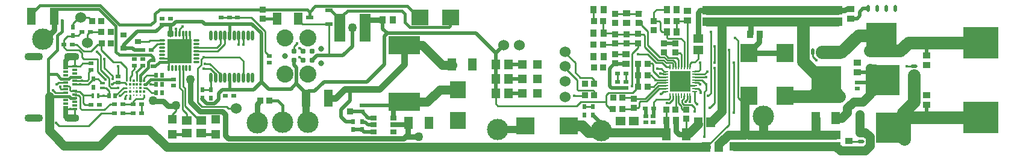
<source format=gtl>
G04*
G04 #@! TF.GenerationSoftware,Altium Limited,Altium Designer,19.0.15 (446)*
G04*
G04 Layer_Physical_Order=1*
G04 Layer_Color=794757*
%FSLAX23Y23*%
%MOIN*%
G70*
G01*
G75*
%ADD15C,0.010*%
%ADD18O,0.018X0.055*%
%ADD19O,0.008X0.028*%
%ADD20O,0.028X0.008*%
%ADD21R,0.118X0.118*%
%ADD22C,0.010*%
%ADD23R,0.037X0.026*%
%ADD24R,0.041X0.024*%
%ADD25R,0.045X0.053*%
%ADD26R,0.039X0.035*%
%ADD27R,0.037X0.033*%
%ADD28R,0.030X0.024*%
%ADD29R,0.025X0.024*%
%ADD30R,0.055X0.051*%
%ADD31O,0.055X0.020*%
%ADD32O,0.039X0.020*%
%ADD33R,0.096X0.100*%
%ADD34R,0.035X0.039*%
%ADD35R,0.033X0.037*%
%ADD36O,0.020X0.055*%
%ADD37O,0.020X0.039*%
%ADD38R,0.047X0.065*%
%ADD39R,0.100X0.096*%
%ADD40R,0.197X0.177*%
%ADD41R,0.024X0.030*%
%ADD42R,0.016X0.028*%
%ADD43R,0.028X0.016*%
%ADD44R,0.045X0.098*%
%ADD45R,0.051X0.071*%
%ADD46R,0.059X0.157*%
%ADD47R,0.096X0.085*%
%ADD48R,0.035X0.031*%
%ADD49R,0.024X0.025*%
%ADD50R,0.047X0.047*%
%ADD51R,0.047X0.047*%
%ADD52R,0.053X0.045*%
%ADD53O,0.012X0.037*%
%ADD54O,0.037X0.012*%
%ADD55R,0.132X0.132*%
%ADD56R,0.028X0.012*%
%ADD57R,0.028X0.039*%
%ADD58R,0.177X0.102*%
%ADD59R,0.085X0.096*%
%ADD60R,0.037X0.035*%
%ADD108C,0.033*%
%ADD109C,0.094*%
%ADD115C,0.031*%
%ADD116C,0.050*%
%ADD117C,0.015*%
%ADD118C,0.060*%
%ADD119C,0.020*%
%ADD120C,0.030*%
%ADD121C,0.040*%
%ADD122C,0.070*%
%ADD123C,0.025*%
%ADD124C,0.035*%
%ADD125C,0.060*%
%ADD126C,0.118*%
%ADD127C,0.020*%
%ADD128O,0.102X0.043*%
%ADD129O,0.083X0.043*%
%ADD130C,0.016*%
%ADD131C,0.050*%
G36*
X5223Y1019D02*
X5223Y1018D01*
X5223Y1015D01*
X5224Y1013D01*
X5226Y1010D01*
X5227Y1009D01*
Y998D01*
X5053D01*
Y1009D01*
X5053D01*
X5054Y1010D01*
X5056Y1013D01*
X5057Y1015D01*
X5057Y1018D01*
X5057Y1019D01*
Y1139D01*
X5223D01*
Y1019D01*
D02*
G37*
G36*
X4918Y780D02*
X4918Y779D01*
X4918Y776D01*
X4919Y774D01*
X4921Y771D01*
X4922Y771D01*
Y759D01*
X4748D01*
Y771D01*
X4748D01*
X4749Y771D01*
X4751Y774D01*
X4752Y776D01*
X4752Y779D01*
X4752Y780D01*
Y900D01*
X4918D01*
Y780D01*
D02*
G37*
G36*
X5110Y911D02*
X5113Y909D01*
X5115Y908D01*
X5118Y908D01*
X5119Y908D01*
X5239D01*
Y742D01*
X5119D01*
X5118Y742D01*
X5115Y742D01*
X5113Y741D01*
X5110Y739D01*
X5109Y738D01*
X5098Y738D01*
Y912D01*
X5109D01*
X5110Y911D01*
D02*
G37*
G36*
X5250Y473D02*
X5238D01*
X5237Y474D01*
X5235Y476D01*
X5233Y477D01*
X5230Y477D01*
X5229Y477D01*
X5109D01*
Y643D01*
X5229D01*
X5230Y643D01*
X5233Y643D01*
X5235Y644D01*
X5237Y646D01*
X5238Y647D01*
X5250D01*
Y473D01*
D02*
G37*
D15*
X3714Y664D02*
X3770D01*
X3706Y656D02*
X3714Y664D01*
X3840Y707D02*
X3911Y778D01*
X3807Y707D02*
X3840D01*
X3800Y700D02*
X3807Y707D01*
X665Y1136D02*
X701Y1172D01*
X665Y1118D02*
Y1136D01*
X710Y1172D02*
X752D01*
X701D02*
X710D01*
X752D02*
X772Y1151D01*
X4375Y698D02*
X4384D01*
X4345Y728D02*
X4375Y698D01*
X4883Y521D02*
X4886Y518D01*
X3497Y676D02*
X3544D01*
X3498Y672D02*
X3499Y672D01*
X3568Y562D02*
X3595Y535D01*
X3599Y531D01*
X3792Y1003D02*
Y1027D01*
X3760Y971D02*
X3792Y1003D01*
X3760Y790D02*
Y971D01*
X4295Y577D02*
Y990D01*
X4171Y453D02*
X4295Y577D01*
X4160Y510D02*
Y758D01*
X3846Y928D02*
X3856Y918D01*
X3869D02*
X3878Y909D01*
Y873D02*
Y909D01*
Y873D02*
X3911Y841D01*
X3946D01*
X3923Y887D02*
X3938Y872D01*
X3900Y887D02*
X3923D01*
X3666Y967D02*
X3727D01*
X3893Y921D02*
X3926D01*
X3845Y968D02*
X3893Y921D01*
X3950Y897D02*
X3970D01*
X3926Y921D02*
X3950Y897D01*
X3949Y920D02*
X3982D01*
X3933Y935D02*
X3949Y920D01*
X3902Y935D02*
X3933D01*
X3830Y1007D02*
X3902Y935D01*
X3812Y1128D02*
Y1152D01*
X3938Y950D02*
X3955Y934D01*
X3913Y950D02*
X3938D01*
X3955Y934D02*
X3988D01*
X3846Y1017D02*
X3913Y950D01*
X3238Y748D02*
X3240D01*
X3237Y750D02*
X3238Y748D01*
X4960Y485D02*
X5020D01*
X4171Y769D02*
Y801D01*
X4160Y758D02*
X4171Y769D01*
X4147Y825D02*
X4171Y801D01*
X4105Y825D02*
X4147D01*
X4194Y590D02*
Y594D01*
X4106Y649D02*
Y670D01*
X4089Y686D02*
X4106Y670D01*
X4047Y686D02*
X4089D01*
X4035Y711D02*
X4048Y724D01*
Y736D01*
X4049Y737D01*
X4035Y698D02*
X4047Y686D01*
X4035Y698D02*
Y711D01*
X4052Y669D02*
X4055Y672D01*
X4033Y666D02*
Y680D01*
Y666D02*
X4039Y661D01*
X4017Y696D02*
X4033Y680D01*
X4017Y696D02*
Y737D01*
X4039Y661D02*
X4060Y661D01*
X4055Y705D02*
Y707D01*
X4065Y716D01*
X4760Y954D02*
X4780Y934D01*
X4760Y954D02*
Y981D01*
X3617Y742D02*
X3630Y755D01*
X3617Y703D02*
Y742D01*
X3630Y755D02*
X3763D01*
X4006Y809D02*
X4017Y798D01*
X4006Y809D02*
Y817D01*
X4017Y798D02*
X4025D01*
X1294Y1024D02*
Y1079D01*
X676Y901D02*
Y953D01*
X1208Y945D02*
X1212Y941D01*
X1233Y679D02*
X1237Y675D01*
X835Y736D02*
X865D01*
X676Y613D02*
Y664D01*
X629D02*
X676D01*
X3846Y858D02*
X3854Y850D01*
X3380Y985D02*
X3445Y920D01*
X3551Y803D02*
Y824D01*
X3445Y866D02*
Y920D01*
Y866D02*
X3473Y838D01*
X3551Y739D02*
Y762D01*
X3400Y880D02*
Y893D01*
X1582Y680D02*
X1590Y672D01*
X1577Y685D02*
X1582Y680D01*
X1570Y677D02*
X1577Y685D01*
X1570Y668D02*
Y677D01*
X1525Y668D02*
X1570D01*
X765Y985D02*
X802Y1022D01*
X725Y985D02*
X765D01*
X687Y1022D02*
X725Y985D01*
X663Y1022D02*
X687D01*
X802Y1022D02*
X823D01*
Y992D02*
Y1022D01*
X745Y1076D02*
X761Y1092D01*
X745Y1032D02*
Y1076D01*
X761Y1092D02*
X763D01*
X894Y812D02*
X915D01*
Y810D02*
X953D01*
X617Y1004D02*
Y1022D01*
Y1004D02*
X632Y990D01*
X617Y1022D02*
Y1047D01*
X632Y990D02*
X700D01*
X717Y973D01*
Y950D02*
Y973D01*
X714Y1092D02*
X717D01*
X695Y1072D02*
X714Y1092D01*
X665Y1072D02*
X695D01*
X617Y1047D02*
X638Y1068D01*
X661D01*
X665Y1072D01*
X726Y941D02*
X803D01*
X717Y950D02*
X726Y941D01*
X1517Y676D02*
X1525Y668D01*
X1381Y676D02*
X1517D01*
X1377Y909D02*
Y939D01*
X1357Y888D02*
X1377Y909D01*
X1357Y700D02*
Y888D01*
X1377Y939D02*
X1390Y952D01*
X1357Y700D02*
X1381Y676D01*
X1395Y915D02*
X1423D01*
X1482Y857D01*
Y838D02*
Y857D01*
X3545Y767D02*
X3551Y762D01*
X3461Y767D02*
X3545D01*
X3473Y838D02*
X3537D01*
X3551Y824D01*
X3455Y773D02*
X3461Y767D01*
X3455Y773D02*
Y825D01*
X3400Y880D02*
X3455Y825D01*
X3492Y738D02*
X3496Y742D01*
X3440Y738D02*
X3492D01*
X4486Y520D02*
X4486Y521D01*
X5256Y635D02*
X5260Y639D01*
X4345Y728D02*
Y1043D01*
X4330Y1058D02*
X4345Y1043D01*
X3475Y703D02*
X3617D01*
X3453Y681D02*
X3475Y703D01*
X3018Y681D02*
X3453D01*
X3496Y742D02*
X3499Y739D01*
X3865Y850D02*
X3890Y825D01*
X3946D01*
X3854Y850D02*
X3865D01*
X3949Y601D02*
X3949Y602D01*
Y661D01*
X3949Y601D02*
X3950Y600D01*
X3953Y697D02*
X3967D01*
X3963Y717D02*
X3970Y724D01*
X3893Y717D02*
X3963D01*
X4002Y656D02*
Y737D01*
X3967Y697D02*
X3986Y716D01*
Y737D01*
X4060Y532D02*
Y609D01*
X3879Y702D02*
X3893Y717D01*
X3879Y667D02*
Y702D01*
X3911Y778D02*
X3946D01*
X3770Y670D02*
X3794D01*
X3800Y676D01*
Y700D01*
X3760Y726D02*
X3770Y715D01*
X3763Y755D02*
X3783Y775D01*
X4324Y645D02*
Y922D01*
X4215Y920D02*
Y1009D01*
X3601Y1086D02*
X3602Y1085D01*
X3601Y1086D02*
Y1150D01*
X4160Y856D02*
X4176Y872D01*
X4105Y856D02*
X4160D01*
X4215Y697D02*
Y890D01*
X4190Y672D02*
X4215Y697D01*
X4180Y737D02*
X4195Y752D01*
Y1092D01*
X4075Y1152D02*
X4076D01*
X4065D02*
X4075D01*
X4006D02*
X4065D01*
Y897D02*
Y1152D01*
X4075Y1153D02*
X4076Y1152D01*
X4075Y1153D02*
X4075Y1153D01*
Y1152D02*
Y1153D01*
X4006Y1152D02*
X4007Y1151D01*
Y1090D02*
Y1151D01*
X3918Y1100D02*
Y1143D01*
X3910Y1151D02*
X3918Y1143D01*
X3880Y1151D02*
X3910D01*
X3928Y1090D02*
X3953D01*
X3918Y1100D02*
X3928Y1090D01*
X3953Y1060D02*
Y1069D01*
Y1060D02*
X3958Y1055D01*
X4031D01*
X4049Y1037D01*
Y897D02*
Y1037D01*
X3792Y968D02*
X3845D01*
X3617Y688D02*
Y703D01*
X3641Y664D02*
X3654D01*
X3617Y688D02*
X3641Y664D01*
X3006Y693D02*
X3018Y681D01*
X3006Y693D02*
Y750D01*
X4127Y810D02*
X4135Y802D01*
X4106Y810D02*
X4127D01*
X4105Y840D02*
X4170D01*
X4170Y840D01*
X4140Y754D02*
Y765D01*
X4127Y778D02*
X4140Y765D01*
X4105Y778D02*
X4127D01*
X4105Y705D02*
X4119Y691D01*
X4105Y705D02*
Y762D01*
X3602Y1085D02*
X3658D01*
X3730Y1078D02*
X3794D01*
X3879Y667D02*
X3883Y671D01*
X3730Y1027D02*
X3792D01*
X3792Y1027D01*
X3794D01*
X3970Y724D02*
Y737D01*
X3834Y721D02*
X3907Y794D01*
X3770Y721D02*
X3834D01*
X3548Y1151D02*
X3549Y1150D01*
X3548Y1151D02*
Y1215D01*
X3726Y862D02*
X3726Y861D01*
Y815D02*
Y861D01*
Y815D02*
X3727Y814D01*
X3665Y1027D02*
X3730D01*
X3660Y1022D02*
X3665Y1027D01*
X3600Y1022D02*
X3660D01*
X3665Y1078D02*
X3730D01*
X3794D02*
X3794Y1079D01*
X3658Y1085D02*
X3665Y1078D01*
X3810Y1152D02*
X3812D01*
X3810Y1203D02*
X3810Y1203D01*
X4080Y705D02*
X4080Y705D01*
X4127Y873D02*
X4135Y881D01*
X4106Y873D02*
X4127D01*
X3920Y748D02*
X3934Y762D01*
X3915Y860D02*
X3929D01*
X3933Y856D02*
X3946D01*
X3929Y860D02*
X3933Y856D01*
X3846Y1017D02*
Y1094D01*
X3938Y872D02*
X3946D01*
X3988Y934D02*
X4001Y921D01*
Y898D02*
Y921D01*
Y898D02*
X4002Y897D01*
X3970Y897D02*
X3970Y897D01*
X3960Y948D02*
X4007D01*
X3936Y973D02*
X3960Y948D01*
X4007D02*
X4017Y938D01*
X3982Y920D02*
X3986Y915D01*
Y897D02*
Y915D01*
X3680Y862D02*
X3680Y862D01*
X3680Y814D02*
Y862D01*
X3680Y814D02*
X3680Y814D01*
X4065Y716D02*
Y737D01*
X4135Y881D02*
Y922D01*
X4105Y872D02*
X4106Y873D01*
X3934Y762D02*
X3946D01*
X3895Y1215D02*
X3953D01*
X3880Y1199D02*
X3895Y1215D01*
X3880Y1151D02*
Y1199D01*
X3830Y1007D02*
Y1072D01*
X3856Y918D02*
X3869D01*
X3824Y1078D02*
X3830Y1072D01*
X3795Y1078D02*
X3824D01*
X3794Y1079D02*
X3795Y1078D01*
X3812Y1128D02*
X3846Y1094D01*
X3665Y1192D02*
X3795D01*
X4017Y897D02*
Y938D01*
X4033Y897D02*
Y965D01*
X4025Y973D02*
X4033Y965D01*
X4001Y973D02*
X4025D01*
X4089Y924D02*
X4107D01*
X4080Y915D02*
X4089Y924D01*
X4080Y897D02*
Y915D01*
X4107Y924D02*
X4125Y942D01*
Y990D01*
X3706Y726D02*
X3760D01*
X3907Y794D02*
X3946D01*
X3880Y788D02*
X3901Y809D01*
X3846Y788D02*
X3880D01*
X3901Y809D02*
X3946D01*
X4105Y841D02*
X4105Y840D01*
X4080Y705D02*
Y737D01*
X4080Y737D01*
X5279Y900D02*
X5320D01*
X5321Y899D01*
X5252Y635D02*
X5256D01*
X4025Y798D02*
X4030Y794D01*
X4105D01*
X716Y822D02*
X745D01*
X780Y829D02*
X805D01*
X777Y828D02*
X780D01*
X705Y801D02*
X750D01*
X722Y742D02*
X778D01*
X676Y762D02*
X702D01*
X733Y687D02*
X766D01*
X722Y698D02*
X733Y687D01*
X722Y698D02*
Y742D01*
X555Y767D02*
X557D01*
X571Y753D02*
X625D01*
X557Y767D02*
X571Y753D01*
X1026Y1037D02*
X1086D01*
X1093Y1044D01*
X1161D01*
X772Y1151D02*
X772Y1151D01*
X1100Y992D02*
X1132Y1024D01*
X962Y821D02*
Y890D01*
X929Y924D02*
X962Y890D01*
X891Y924D02*
X929D01*
X823Y992D02*
X891Y924D01*
X676Y802D02*
X705D01*
X625Y661D02*
X629Y664D01*
X629Y901D02*
X676D01*
X624Y774D02*
X625Y773D01*
X660Y953D02*
X676D01*
X599Y774D02*
X624D01*
X625Y792D02*
X644D01*
X586Y812D02*
X625D01*
X660Y613D02*
X676D01*
X644Y792D02*
X650Y787D01*
X625Y812D02*
X625Y812D01*
X595Y777D02*
Y787D01*
X650Y767D02*
Y787D01*
X625Y905D02*
X629Y901D01*
X655Y763D02*
X676D01*
Y822D02*
X716D01*
X650Y767D02*
X655Y763D01*
X575Y801D02*
X586Y812D01*
X595Y777D02*
X599Y774D01*
X806Y736D02*
X835D01*
X721Y917D02*
X767D01*
X767Y917D01*
X705Y901D02*
X721Y917D01*
X850Y779D02*
X865Y764D01*
X831Y779D02*
X850D01*
X865Y736D02*
Y764D01*
Y736D02*
Y736D01*
X778Y736D02*
Y742D01*
X805Y829D02*
X828Y807D01*
X780Y828D02*
Y829D01*
X828Y807D02*
X831D01*
X780Y829D02*
Y831D01*
X750Y801D02*
X777Y828D01*
X752Y867D02*
X767Y882D01*
X752Y829D02*
Y867D01*
X745Y822D02*
X752Y829D01*
X803Y871D02*
X845Y828D01*
X803Y871D02*
Y941D01*
X885Y829D02*
Y847D01*
X840Y892D02*
X885Y847D01*
X840Y892D02*
Y940D01*
X866Y794D02*
Y834D01*
X820Y880D02*
X866Y834D01*
Y794D02*
X878Y782D01*
X917D01*
X702Y762D02*
X722Y742D01*
X1912Y1165D02*
Y1168D01*
Y1159D02*
Y1165D01*
X715Y659D02*
X840D01*
X706Y668D02*
X715Y659D01*
X706Y668D02*
Y731D01*
X695Y741D02*
X706Y731D01*
X840Y659D02*
X872Y691D01*
X1654Y1169D02*
X1730Y1093D01*
X2146Y1134D02*
Y1159D01*
X2084Y1208D02*
X2097D01*
X1912Y1159D02*
X1937Y1135D01*
X2082Y960D02*
X2083Y959D01*
X2082Y960D02*
Y1135D01*
Y1209D02*
X2084Y1208D01*
X1937Y1135D02*
X2082D01*
X1730Y979D02*
Y1093D01*
Y979D02*
X1752Y957D01*
X1578Y1169D02*
X1654D01*
X2213Y1087D02*
Y1115D01*
X1001Y706D02*
X1017Y722D01*
X1052D01*
X1074Y782D02*
X1102Y754D01*
X1061Y782D02*
X1074D01*
X1061Y821D02*
X1061Y821D01*
X1052Y722D02*
X1061Y731D01*
X1021Y821D02*
Y866D01*
X956Y736D02*
X962Y742D01*
X956Y721D02*
Y736D01*
X1021Y866D02*
Y872D01*
X1002Y640D02*
Y643D01*
X1000Y641D02*
X1002Y643D01*
X915Y845D02*
Y901D01*
X953Y810D02*
X957Y807D01*
X957D01*
X962Y801D01*
X962D01*
X910Y850D02*
X915Y845D01*
X883Y801D02*
X894Y812D01*
X800Y980D02*
X820Y960D01*
Y880D02*
Y960D01*
X982Y721D02*
Y742D01*
X1007Y887D02*
Y901D01*
X992Y872D02*
X1007Y887D01*
X1001Y691D02*
Y706D01*
X1076Y852D02*
X1125D01*
X1061Y837D02*
X1076Y852D01*
X1061Y821D02*
Y837D01*
X1021Y872D02*
X1052Y903D01*
X992Y851D02*
Y872D01*
X1097Y801D02*
X1125D01*
X982Y841D02*
X992Y851D01*
X982Y821D02*
Y841D01*
X953Y762D02*
X962D01*
X927Y736D02*
X953Y762D01*
X946Y782D02*
X962D01*
X900Y736D02*
X946Y782D01*
X824Y1092D02*
X824Y1092D01*
X763Y1092D02*
X824D01*
X1007Y940D02*
X1008Y941D01*
X1275Y791D02*
X1288Y778D01*
Y679D02*
Y778D01*
Y679D02*
X1353Y614D01*
X1298Y600D02*
Y636D01*
X1273Y661D02*
X1298Y636D01*
X1237Y654D02*
Y675D01*
X1218Y635D02*
X1237Y654D01*
X1218Y606D02*
Y635D01*
X1193Y672D02*
X1200Y679D01*
X1379Y771D02*
X1428D01*
X1379D02*
X1380Y772D01*
X1298Y1028D02*
X1314Y1044D01*
X1294Y1024D02*
X1298Y1028D01*
X1314Y1044D02*
Y1079D01*
X1275Y1004D02*
X1294Y1024D01*
X1255Y985D02*
X1275Y1004D01*
Y1079D01*
X1196Y925D02*
X1212Y941D01*
X1161Y945D02*
X1208D01*
X1196Y890D02*
Y925D01*
X1533Y1169D02*
X1578D01*
X1488D02*
X1533D01*
X1610Y838D02*
Y929D01*
X1610Y838D02*
X1610Y838D01*
X1588Y952D02*
X1610Y929D01*
X1390Y952D02*
X1588D01*
X1390Y886D02*
X1428D01*
X1456Y858D01*
Y838D02*
Y858D01*
X1235Y1106D02*
X1235Y1106D01*
Y1079D02*
Y1106D01*
Y1079D02*
X1235Y1079D01*
X1255Y1106D02*
X1272Y1122D01*
X1255Y1079D02*
Y1106D01*
X1255Y1079D02*
X1255Y1079D01*
X1921Y952D02*
X1921D01*
X1940Y933D01*
X1940D01*
X1921Y1000D02*
X1922D01*
X1939Y983D01*
X1940D01*
X1890Y1010D02*
X1906Y1026D01*
X1890Y983D02*
Y1010D01*
X1160Y801D02*
X1160Y801D01*
X1158Y755D02*
X1160Y754D01*
X1275Y791D02*
Y890D01*
X1255Y783D02*
Y890D01*
X3236Y829D02*
X3236Y829D01*
X3240D01*
X3237Y909D02*
X3240D01*
X3236Y829D02*
X3237Y830D01*
X1132Y1024D02*
X1161D01*
X1255Y783D02*
X1273Y765D01*
Y661D02*
Y765D01*
X1061Y731D02*
Y742D01*
X938Y696D02*
X943Y691D01*
X1102Y754D02*
X1125D01*
X943Y691D02*
X1001D01*
X1456Y1069D02*
Y1070D01*
X1431Y1069D02*
Y1070D01*
X1584Y1022D02*
Y1070D01*
X1610Y1022D02*
X1610Y1022D01*
X1482Y1024D02*
Y1070D01*
X1462Y1004D02*
X1482Y1024D01*
X1610Y1022D02*
Y1070D01*
X1610Y1070D02*
X1610Y1070D01*
X3237Y910D02*
X3237Y909D01*
X1430Y773D02*
Y836D01*
X1427Y771D02*
X1429Y773D01*
X1468Y985D02*
X1507Y1023D01*
X704Y801D02*
X705Y801D01*
X872Y691D02*
X897D01*
X962Y762D02*
X962Y762D01*
X1216Y1079D02*
Y1091D01*
X1196Y1079D02*
Y1092D01*
X3075Y910D02*
X3075Y910D01*
X1429Y836D02*
X1431Y838D01*
X1350Y1004D02*
X1462D01*
X1507Y1023D02*
Y1070D01*
X1350Y985D02*
X1468D01*
X1350D02*
X1350Y985D01*
X676Y901D02*
X705D01*
X822Y641D02*
X897D01*
X752Y571D02*
X822Y641D01*
X589Y571D02*
X752D01*
X574Y586D02*
X589Y571D01*
X676Y741D02*
X695D01*
X676Y742D02*
X676Y741D01*
X982Y821D02*
X982Y821D01*
X943Y641D02*
X1000D01*
X1045D02*
X1046Y642D01*
Y691D01*
X1046Y691D01*
D18*
X1661Y1070D02*
D03*
X1635D02*
D03*
X1610D02*
D03*
X1584D02*
D03*
X1559D02*
D03*
X1533D02*
D03*
X1507D02*
D03*
X1482D02*
D03*
X1456D02*
D03*
X1431D02*
D03*
X1661Y838D02*
D03*
X1635D02*
D03*
X1610D02*
D03*
X1584D02*
D03*
X1559D02*
D03*
X1533D02*
D03*
X1507D02*
D03*
X1482D02*
D03*
X1456D02*
D03*
X1431D02*
D03*
D19*
X4080Y897D02*
D03*
X4065D02*
D03*
X4049D02*
D03*
X4033D02*
D03*
X4017D02*
D03*
X4002D02*
D03*
X3986D02*
D03*
X3970D02*
D03*
Y737D02*
D03*
X3986D02*
D03*
X4002D02*
D03*
X4017D02*
D03*
X4033D02*
D03*
X4049D02*
D03*
X4065D02*
D03*
X4080D02*
D03*
D20*
X3946Y872D02*
D03*
Y856D02*
D03*
Y841D02*
D03*
Y825D02*
D03*
Y809D02*
D03*
Y794D02*
D03*
Y778D02*
D03*
Y762D02*
D03*
X4105D02*
D03*
Y778D02*
D03*
Y794D02*
D03*
Y809D02*
D03*
Y825D02*
D03*
Y841D02*
D03*
Y856D02*
D03*
Y872D02*
D03*
D21*
X4025Y817D02*
D03*
D22*
X1061Y742D02*
D03*
X1041D02*
D03*
X1021D02*
D03*
X1002D02*
D03*
X982D02*
D03*
X962D02*
D03*
X1061Y762D02*
D03*
X1041D02*
D03*
X1021D02*
D03*
X1002D02*
D03*
X982D02*
D03*
X962D02*
D03*
X1061Y782D02*
D03*
X1041D02*
D03*
X1021D02*
D03*
X1002D02*
D03*
X982D02*
D03*
X962D02*
D03*
X1061Y801D02*
D03*
X1041D02*
D03*
X1021D02*
D03*
X1002D02*
D03*
X982D02*
D03*
X962D02*
D03*
X1061Y821D02*
D03*
X1041D02*
D03*
X1021D02*
D03*
X1002D02*
D03*
X982D02*
D03*
X962D02*
D03*
D23*
X2439Y615D02*
D03*
Y576D02*
D03*
Y537D02*
D03*
X2331D02*
D03*
Y576D02*
D03*
Y615D02*
D03*
D24*
X1978Y1172D02*
D03*
X2082Y1209D02*
D03*
Y1135D02*
D03*
D25*
X4194Y590D02*
D03*
X4126D02*
D03*
X4171Y453D02*
D03*
X4239D02*
D03*
X3006Y750D02*
D03*
X3075D02*
D03*
X3006Y910D02*
D03*
X3075D02*
D03*
X3006Y830D02*
D03*
X3075D02*
D03*
D26*
X3727Y915D02*
D03*
Y968D02*
D03*
X5005Y922D02*
D03*
Y868D02*
D03*
X4960Y433D02*
D03*
Y487D02*
D03*
X4065Y1207D02*
D03*
Y1153D02*
D03*
X4970Y1217D02*
D03*
Y1163D02*
D03*
X3730Y1140D02*
D03*
Y1193D02*
D03*
X5390Y742D02*
D03*
Y688D02*
D03*
Y908D02*
D03*
Y961D02*
D03*
D27*
X3666Y916D02*
D03*
Y967D02*
D03*
X3936Y976D02*
D03*
Y1027D02*
D03*
X4060Y661D02*
D03*
Y609D02*
D03*
X3770Y721D02*
D03*
Y670D02*
D03*
X3880Y1151D02*
D03*
Y1099D02*
D03*
X3795Y1192D02*
D03*
Y1141D02*
D03*
X3665Y1141D02*
D03*
Y1192D02*
D03*
Y1078D02*
D03*
Y1027D02*
D03*
X3730Y1078D02*
D03*
Y1027D02*
D03*
X3794Y1079D02*
D03*
Y1027D02*
D03*
X4001Y976D02*
D03*
Y1027D02*
D03*
X1718Y1163D02*
D03*
Y1215D02*
D03*
D28*
X3680Y862D02*
D03*
X3725D02*
D03*
X3833Y667D02*
D03*
X3879D02*
D03*
X766Y687D02*
D03*
X812D02*
D03*
X1100Y992D02*
D03*
X1054D02*
D03*
X663Y1022D02*
D03*
X617D02*
D03*
X717Y1092D02*
D03*
X763D02*
D03*
X1000Y641D02*
D03*
X1045D02*
D03*
X1001Y691D02*
D03*
X1046D02*
D03*
X897Y641D02*
D03*
X943D02*
D03*
X897Y691D02*
D03*
X943D02*
D03*
D29*
X3680Y814D02*
D03*
Y779D02*
D03*
X3878Y624D02*
D03*
Y589D02*
D03*
X5005Y812D02*
D03*
Y778D02*
D03*
X3837Y624D02*
D03*
Y589D02*
D03*
X3727Y814D02*
D03*
Y779D02*
D03*
X1752Y957D02*
D03*
Y922D02*
D03*
X1224Y793D02*
D03*
Y828D02*
D03*
X1052Y940D02*
D03*
Y905D02*
D03*
X767Y917D02*
D03*
Y882D02*
D03*
X1556Y737D02*
D03*
Y771D02*
D03*
X1511Y737D02*
D03*
Y771D02*
D03*
X1578Y1169D02*
D03*
Y1134D02*
D03*
X1533Y1169D02*
D03*
Y1134D02*
D03*
X1488Y1169D02*
D03*
Y1134D02*
D03*
X1205Y1165D02*
D03*
Y1130D02*
D03*
X1160Y1165D02*
D03*
Y1130D02*
D03*
X1110Y934D02*
D03*
Y899D02*
D03*
X915Y811D02*
D03*
Y845D02*
D03*
X1007Y905D02*
D03*
Y940D02*
D03*
X2265Y650D02*
D03*
Y685D02*
D03*
D30*
X4125Y1053D02*
D03*
Y990D02*
D03*
X3769Y596D02*
D03*
Y534D02*
D03*
X3695Y596D02*
D03*
Y534D02*
D03*
X4656Y1209D02*
D03*
Y1146D02*
D03*
X4736Y1209D02*
D03*
Y1146D02*
D03*
X4816Y1209D02*
D03*
Y1146D02*
D03*
X4896Y1209D02*
D03*
Y1146D02*
D03*
X4176Y1209D02*
D03*
Y1146D02*
D03*
X4256Y1209D02*
D03*
Y1146D02*
D03*
X4336Y1209D02*
D03*
Y1146D02*
D03*
X4416Y1209D02*
D03*
Y1146D02*
D03*
X4496Y1209D02*
D03*
Y1146D02*
D03*
X4576Y1209D02*
D03*
Y1146D02*
D03*
X4886Y457D02*
D03*
Y520D02*
D03*
X4806Y457D02*
D03*
Y520D02*
D03*
X4726Y457D02*
D03*
Y520D02*
D03*
X4646Y457D02*
D03*
Y520D02*
D03*
X4566Y457D02*
D03*
Y520D02*
D03*
X4486Y457D02*
D03*
Y520D02*
D03*
X4406Y457D02*
D03*
Y520D02*
D03*
X4326Y457D02*
D03*
Y520D02*
D03*
D31*
X5088Y750D02*
D03*
Y800D02*
D03*
Y850D02*
D03*
Y900D02*
D03*
X5260Y635D02*
D03*
Y585D02*
D03*
Y535D02*
D03*
Y485D02*
D03*
D32*
X5320Y900D02*
D03*
Y850D02*
D03*
Y800D02*
D03*
Y750D02*
D03*
X5028Y485D02*
D03*
Y535D02*
D03*
Y585D02*
D03*
Y635D02*
D03*
D33*
X4605Y736D02*
D03*
Y974D02*
D03*
X4405Y736D02*
D03*
Y974D02*
D03*
D34*
X4467Y1078D02*
D03*
X4413D02*
D03*
X3548Y1085D02*
D03*
X3602D02*
D03*
X3548Y954D02*
D03*
X3602D02*
D03*
Y1215D02*
D03*
X3548D02*
D03*
X3953Y1090D02*
D03*
X4007D02*
D03*
X4006Y1215D02*
D03*
X3953D02*
D03*
X4002Y601D02*
D03*
X3949D02*
D03*
X2435Y1157D02*
D03*
X2381D02*
D03*
D35*
X3549Y893D02*
D03*
X3601D02*
D03*
X3549Y1150D02*
D03*
X3601D02*
D03*
X4001Y661D02*
D03*
X3949D02*
D03*
X3654Y664D02*
D03*
X3706D02*
D03*
X4006Y1152D02*
D03*
X3954D02*
D03*
X3706Y726D02*
D03*
X3655D02*
D03*
X3548Y1022D02*
D03*
X3600D02*
D03*
X3846Y915D02*
D03*
X3794D02*
D03*
X3846Y851D02*
D03*
X3794D02*
D03*
X3846Y788D02*
D03*
X3794D02*
D03*
X772Y1151D02*
D03*
X824D02*
D03*
X824Y1092D02*
D03*
X876D02*
D03*
X825Y1026D02*
D03*
X876D02*
D03*
X3499Y739D02*
D03*
X3551D02*
D03*
X3499Y803D02*
D03*
X3551D02*
D03*
X1754Y709D02*
D03*
X1703D02*
D03*
D36*
X4910Y749D02*
D03*
X4860D02*
D03*
X4810D02*
D03*
X4760D02*
D03*
X5215Y988D02*
D03*
X5165D02*
D03*
X5115D02*
D03*
X5065D02*
D03*
D37*
X4760Y981D02*
D03*
X4810D02*
D03*
X4860D02*
D03*
X4910D02*
D03*
X5065Y1220D02*
D03*
X5115D02*
D03*
X5165D02*
D03*
X5215D02*
D03*
D38*
X4060Y525D02*
D03*
X3950D02*
D03*
X4775Y613D02*
D03*
X4885D02*
D03*
D39*
X3409Y570D02*
D03*
X3171D02*
D03*
D40*
X5690Y618D02*
D03*
Y1032D02*
D03*
D41*
X3544Y676D02*
D03*
Y630D02*
D03*
X3497D02*
D03*
Y676D02*
D03*
X780Y831D02*
D03*
Y785D02*
D03*
X1382Y769D02*
D03*
Y724D02*
D03*
X1431Y769D02*
D03*
Y724D02*
D03*
X665Y1072D02*
D03*
Y1118D02*
D03*
X2265Y595D02*
D03*
Y550D02*
D03*
X2215Y549D02*
D03*
Y594D02*
D03*
D42*
X806Y736D02*
D03*
X778D02*
D03*
D43*
X831Y779D02*
D03*
Y807D02*
D03*
D44*
X562Y1176D02*
D03*
X438D02*
D03*
X1956Y724D02*
D03*
X2080D02*
D03*
D45*
X1798Y1165D02*
D03*
X1912D02*
D03*
X2762Y910D02*
D03*
X2876D02*
D03*
X2637Y586D02*
D03*
X2523D02*
D03*
D46*
X2142Y1115D02*
D03*
X2284D02*
D03*
D47*
X2755Y1170D02*
D03*
X2585D02*
D03*
D48*
X1026Y1037D02*
D03*
X948Y1000D02*
D03*
Y1074D02*
D03*
D49*
X1160Y852D02*
D03*
X1125D02*
D03*
X900Y736D02*
D03*
X865D02*
D03*
X1125Y801D02*
D03*
X1160D02*
D03*
X1125Y754D02*
D03*
X1160D02*
D03*
D50*
X3236Y750D02*
D03*
X3154D02*
D03*
X3237Y910D02*
D03*
X3154D02*
D03*
X3237Y830D02*
D03*
X3154D02*
D03*
D51*
X1455Y606D02*
D03*
Y524D02*
D03*
X1218Y606D02*
D03*
Y524D02*
D03*
D52*
X1375Y600D02*
D03*
Y531D02*
D03*
X1298Y600D02*
D03*
Y531D02*
D03*
D53*
X1314Y1079D02*
D03*
X1294D02*
D03*
X1275D02*
D03*
X1255D02*
D03*
X1235D02*
D03*
X1216D02*
D03*
X1196D02*
D03*
Y890D02*
D03*
X1216D02*
D03*
X1235D02*
D03*
X1255D02*
D03*
X1275D02*
D03*
X1294D02*
D03*
X1314D02*
D03*
D54*
X1161Y1044D02*
D03*
Y1024D02*
D03*
Y1004D02*
D03*
Y985D02*
D03*
Y965D02*
D03*
Y945D02*
D03*
Y925D02*
D03*
X1350D02*
D03*
Y945D02*
D03*
Y965D02*
D03*
Y985D02*
D03*
Y1004D02*
D03*
Y1024D02*
D03*
Y1044D02*
D03*
D55*
X1255Y985D02*
D03*
D56*
X625Y792D02*
D03*
Y871D02*
D03*
Y851D02*
D03*
Y832D02*
D03*
Y812D02*
D03*
Y773D02*
D03*
Y753D02*
D03*
Y733D02*
D03*
Y714D02*
D03*
Y694D02*
D03*
X676Y763D02*
D03*
Y664D02*
D03*
Y684D02*
D03*
Y704D02*
D03*
Y724D02*
D03*
Y743D02*
D03*
Y901D02*
D03*
Y802D02*
D03*
Y822D02*
D03*
Y842D02*
D03*
Y861D02*
D03*
Y881D02*
D03*
D57*
X625Y905D02*
D03*
X625Y661D02*
D03*
D58*
X2500Y1018D02*
D03*
Y703D02*
D03*
D59*
X2795Y601D02*
D03*
Y770D02*
D03*
D60*
X2200Y773D02*
D03*
Y649D02*
D03*
D108*
X2040Y918D02*
D03*
Y998D02*
D03*
X1840Y958D02*
D03*
D109*
Y1058D02*
D03*
X1965D02*
D03*
Y858D02*
D03*
X1840D02*
D03*
D115*
X1990Y983D02*
D03*
X1890Y933D02*
D03*
Y983D02*
D03*
X1940Y933D02*
D03*
X1990D02*
D03*
X1940Y983D02*
D03*
D116*
X1185Y453D02*
X4171Y453D01*
X1091Y547D02*
X1185Y453D01*
X4171Y453D02*
Y453D01*
X4384Y521D02*
Y698D01*
X4326Y521D02*
X4384D01*
X4486D02*
X4646D01*
X4405D02*
X4486D01*
Y611D02*
X4500Y625D01*
X4646Y521D02*
X4728D01*
X4883D01*
X3695Y535D02*
X3769D01*
X3923D01*
X3595D02*
X3695D01*
X4486Y521D02*
Y611D01*
X4195Y590D02*
X4256Y651D01*
X4194Y590D02*
X4195D01*
X4180Y1209D02*
X4896D01*
X5020Y535D02*
X5050D01*
X5020D02*
Y635D01*
X4176Y1209D02*
X4180D01*
X5078Y800D02*
Y811D01*
Y743D02*
Y800D01*
Y811D02*
Y890D01*
X5038Y704D02*
X5078Y743D01*
X4985Y704D02*
X5038D01*
X4950Y669D02*
X4985Y704D01*
X4950Y644D02*
Y669D01*
X4919Y613D02*
X4950Y644D01*
X4241Y470D02*
X4292Y521D01*
X4176Y1146D02*
X4896D01*
X4886Y613D02*
X4919D01*
X4885Y613D02*
X4886Y613D01*
X4775Y530D02*
Y610D01*
X4292Y521D02*
X4323D01*
X4256Y651D02*
Y1146D01*
X4075Y530D02*
X4126Y581D01*
X4326Y520D02*
Y521D01*
X4896Y1209D02*
X4896Y1210D01*
X4896Y1209D02*
X4896Y1209D01*
X4176Y1209D02*
X4176Y1209D01*
X4176Y1146D02*
X4176Y1146D01*
X4896D02*
X4896Y1146D01*
X4323Y521D02*
X4324Y520D01*
X4326D01*
X5076Y459D02*
Y509D01*
X5051Y433D02*
X5076Y459D01*
X4960Y433D02*
X5051D01*
X5050Y535D02*
X5076Y509D01*
X4912Y433D02*
X4960D01*
X4888Y457D02*
X4912Y433D01*
X4886Y457D02*
X4888D01*
X4806D02*
X4886D01*
X4726D02*
X4806D01*
X4646D02*
X4726D01*
X4566D02*
X4646D01*
X4486D02*
X4566D01*
X4406D02*
X4486D01*
X4326D02*
X4406D01*
X4728Y520D02*
X4728Y521D01*
X4726Y520D02*
X4728D01*
X563Y516D02*
X618Y461D01*
X536Y543D02*
Y733D01*
Y543D02*
X563Y516D01*
X2759Y907D02*
X2766D01*
X904Y547D02*
X1091Y547D01*
X817Y461D02*
X904Y547D01*
X618Y461D02*
X817Y461D01*
X2710Y907D02*
X2759D01*
X2599Y1018D02*
X2710Y907D01*
X2500Y1018D02*
X2599D01*
X2695Y770D02*
X2795D01*
X2628Y703D02*
X2695Y770D01*
X2500Y703D02*
X2628D01*
D117*
X625Y733D02*
X645D01*
X809Y1218D02*
X904Y1123D01*
X574Y1218D02*
X809D01*
X565Y1209D02*
X574Y1218D01*
X562Y1150D02*
Y1172D01*
X1713Y1215D02*
X1718Y1220D01*
X815Y1238D02*
X923Y1130D01*
X484Y1238D02*
X815D01*
X435Y1190D02*
X484Y1238D01*
X605Y1095D02*
Y1155D01*
X580Y1070D02*
X605Y1095D01*
X580Y990D02*
Y1070D01*
X530Y940D02*
X580Y990D01*
X530Y856D02*
Y940D01*
X565Y1188D02*
Y1209D01*
X500Y1050D02*
X510D01*
X1825Y589D02*
Y683D01*
X1799Y709D02*
X1825Y683D01*
X1754Y709D02*
X1799D01*
X536Y733D02*
X625D01*
X625Y733D01*
X530Y739D02*
Y856D01*
X577D01*
X904Y1050D02*
Y1123D01*
X1712Y1214D02*
X1713Y1215D01*
X1718D01*
X1145D02*
X1713D01*
X1120Y1190D02*
X1145Y1215D01*
X1120Y1152D02*
Y1190D01*
X1098Y1130D02*
X1120Y1152D01*
X923Y1130D02*
X1098D01*
X904Y1050D02*
X904Y1050D01*
Y981D02*
Y1050D01*
X922Y963D02*
X1098D01*
X904Y981D02*
X922Y963D01*
X1098D02*
X1110Y951D01*
Y934D02*
Y951D01*
X645Y733D02*
X654Y724D01*
X625Y832D02*
X644D01*
X654Y842D02*
X676D01*
X705D01*
X577Y856D02*
X601Y832D01*
X654Y724D02*
X676D01*
X530Y739D02*
X536Y733D01*
X601Y832D02*
X625D01*
X644D02*
X654Y842D01*
X2754Y1125D02*
Y1165D01*
X2745Y1116D02*
X2754Y1125D01*
X2530Y1116D02*
X2745D01*
X1976Y1202D02*
X2007Y1233D01*
X2517D01*
X2579Y1170D01*
X2585D01*
X1976Y1174D02*
Y1202D01*
Y1174D02*
X1978Y1172D01*
X1963Y1215D02*
X1976Y1202D01*
X1718Y1215D02*
X1963D01*
X1718Y1163D02*
X1792D01*
X2503Y1143D02*
X2530Y1116D01*
X2503Y1143D02*
Y1190D01*
X2485Y1208D02*
X2503Y1190D01*
X2186Y1208D02*
X2485D01*
X2161Y1183D02*
X2186Y1208D01*
X2097D02*
X2146Y1159D01*
X1792Y1163D02*
X1798Y1169D01*
X1069Y801D02*
X1095Y827D01*
X1062Y801D02*
X1069D01*
X1041Y852D02*
X1083Y893D01*
X1041Y821D02*
Y852D01*
X1095Y827D02*
X1224D01*
X1375Y531D02*
X1382Y524D01*
X1455D01*
X1291D02*
X1298Y531D01*
X1218Y524D02*
X1291D01*
X1110Y899D02*
X1121D01*
X1147Y925D01*
X1161D01*
X1196D01*
X1083Y893D02*
Y923D01*
X1533Y772D02*
Y838D01*
Y1070D02*
Y1134D01*
X1092Y933D02*
X1103D01*
X1083Y923D02*
X1092Y933D01*
D118*
X3568Y535D02*
X3595D01*
X3520D02*
X3568D01*
X3595D02*
X3595D01*
X3409Y570D02*
X3485D01*
X3520Y535D01*
D119*
X3564Y566D02*
X3587Y588D01*
X3548Y627D02*
X3587Y588D01*
X3151Y550D02*
X3171Y570D01*
X3666Y915D02*
X3727D01*
X3666Y916D02*
X3666Y915D01*
X1379Y721D02*
X1405Y695D01*
X948Y999D02*
Y1017D01*
X1128Y1093D02*
X1165Y1130D01*
X1205Y1071D02*
Y1130D01*
X3005Y909D02*
X3006Y907D01*
X3006Y909D02*
Y973D01*
X3936Y1027D02*
X3936Y1027D01*
X3680Y779D02*
X3727D01*
X3635Y791D02*
X3647Y779D01*
X3680D01*
X3635Y791D02*
Y887D01*
X3664Y916D01*
X3666D01*
X2265Y592D02*
X2284D01*
X3006Y974D02*
X3050Y1018D01*
X3006Y973D02*
Y974D01*
X1451Y695D02*
X1472Y716D01*
X1405Y695D02*
X1451D01*
X1956Y598D02*
X1965Y589D01*
X4000Y1027D02*
X4001Y1027D01*
X3936Y1027D02*
X4000D01*
X3794Y851D02*
Y915D01*
Y788D02*
Y851D01*
X3878Y624D02*
X3879Y624D01*
Y666D01*
X3879Y667D01*
X3835Y625D02*
X3837Y624D01*
X3835Y625D02*
Y665D01*
X3833Y667D02*
X3835Y665D01*
X5056Y868D02*
X5078Y890D01*
X5005Y868D02*
X5056D01*
X5076Y812D02*
X5078Y811D01*
X5005Y812D02*
X5076D01*
X5390Y962D02*
Y1032D01*
Y618D02*
Y688D01*
X5020Y1179D02*
Y1202D01*
X5005Y1163D02*
X5020Y1179D01*
X4970Y1163D02*
X5005D01*
X5020Y1202D02*
X5038Y1220D01*
X5065D01*
X948Y999D02*
X998D01*
X1005Y992D01*
X1054D01*
X1024Y1093D02*
X1128D01*
X948Y1017D02*
X1024Y1093D01*
X1165Y1130D02*
X1205D01*
X2265Y685D02*
X2458D01*
X2443Y670D02*
X2458Y685D01*
X2301Y615D02*
X2331D01*
X2266Y650D02*
X2301Y615D01*
X2299Y577D02*
X2329D01*
X2284Y592D02*
X2299Y577D01*
X2265Y550D02*
X2278Y537D01*
X2331D01*
X1657Y1134D02*
X1709Y1083D01*
X1578Y1134D02*
X1657D01*
X2294Y815D02*
X2390Y911D01*
Y1068D02*
X2406Y1083D01*
X2390Y911D02*
Y1068D01*
X2381Y1108D02*
X2406Y1083D01*
X2381Y1108D02*
Y1157D01*
X2374D02*
X2381D01*
X2896Y1083D02*
X3006Y973D01*
X2406Y1083D02*
X2896D01*
X2083Y959D02*
X2161D01*
X2016D02*
X2083D01*
X2213Y1011D02*
Y1087D01*
X2161Y959D02*
X2213Y1011D01*
X2055Y815D02*
X2294D01*
X2003Y763D02*
X2055Y815D01*
X1969Y763D02*
X2003D01*
X3005Y909D02*
X3006Y909D01*
X1956Y750D02*
X1969Y763D01*
X1956Y724D02*
Y750D01*
X1903Y803D02*
Y806D01*
Y803D02*
X1956Y750D01*
X2200Y712D02*
Y773D01*
X2150Y662D02*
X2200Y712D01*
X2150Y621D02*
Y662D01*
X1472Y716D02*
Y752D01*
X1990Y933D02*
X2016Y959D01*
X1749Y775D02*
X1872D01*
X1713Y811D02*
X1749Y775D01*
X1665Y771D02*
X1709Y815D01*
X1556Y771D02*
X1665D01*
X1709Y815D02*
Y1083D01*
X1492Y771D02*
X1511D01*
X1472Y752D02*
X1492Y771D01*
X1511Y772D02*
X1533D01*
X1511Y771D02*
X1511Y772D01*
X1533Y771D02*
X1556D01*
X1533Y772D02*
X1533Y771D01*
X1384Y1146D02*
X1395Y1134D01*
X1235Y1146D02*
X1384D01*
X1221Y1132D02*
X1235Y1146D01*
X1207Y1132D02*
X1221D01*
X1205Y1130D02*
X1207Y1132D01*
X1395Y1134D02*
X1488D01*
X1533D02*
X1578D01*
X1488D02*
X1533D01*
X1872Y775D02*
X1903Y806D01*
Y893D01*
X1890Y906D02*
X1903Y893D01*
X1890Y906D02*
Y933D01*
X3006Y830D02*
Y907D01*
Y750D02*
Y830D01*
X3075Y750D02*
X3154D01*
X3075Y830D02*
X3154D01*
X3075Y910D02*
X3154D01*
X2150Y621D02*
X2176Y594D01*
X2215D01*
X2265Y550D02*
X2265Y550D01*
X2215Y550D02*
X2265D01*
X2215Y549D02*
X2215Y550D01*
X2265Y592D02*
Y595D01*
X2458Y685D02*
X2476Y703D01*
X2500D01*
X2265Y650D02*
X2266D01*
X2264Y649D02*
X2265Y650D01*
X2201Y649D02*
X2264D01*
X2200Y649D02*
X2201Y649D01*
D120*
X2518Y510D02*
X2580D01*
Y519D01*
X2513Y576D02*
X2520Y569D01*
Y523D02*
Y569D01*
X2498Y501D02*
X2520Y523D01*
X2512Y515D02*
X2518Y510D01*
X2513Y576D02*
X2523Y586D01*
X1526Y501D02*
X2498D01*
X3666Y916D02*
X3666Y916D01*
X4464Y1075D02*
X4467Y1078D01*
X4464Y1035D02*
Y1075D01*
X4405Y976D02*
X4464Y1035D01*
X4405Y974D02*
Y976D01*
Y974D02*
X4605D01*
X4896Y1209D02*
X4937D01*
X4136Y1209D02*
X4176D01*
X4125Y1198D02*
X4136Y1209D01*
X4125Y1053D02*
Y1198D01*
X1318Y705D02*
X1371Y652D01*
X1493D01*
X1511Y634D01*
Y516D02*
Y634D01*
Y516D02*
X1526Y501D01*
X562Y1102D02*
Y1150D01*
X510Y1050D02*
X562Y1102D01*
X3950Y525D02*
Y600D01*
X1685Y612D02*
Y691D01*
X1703Y709D01*
X4019Y525D02*
X4060D01*
X4002Y542D02*
X4019Y525D01*
X4002Y542D02*
Y601D01*
X4415Y1146D02*
X4416Y1146D01*
X4415Y1080D02*
Y1146D01*
X4415Y1080D02*
X4415Y1080D01*
X4126Y581D02*
Y590D01*
X4945Y1217D02*
X4970D01*
X4937Y1209D02*
X4945Y1217D01*
X2298Y1157D02*
X2374D01*
X1193Y679D02*
X1200D01*
X1166Y706D02*
X1193Y679D01*
X1113Y706D02*
X1166D01*
X1109Y710D02*
X1113Y706D01*
X1318Y705D02*
Y828D01*
X1200Y679D02*
X1233D01*
D121*
X3015Y550D02*
X3151D01*
X1956Y598D02*
Y724D01*
D122*
X4705Y928D02*
X4835Y798D01*
X4705Y928D02*
Y1129D01*
X5118Y1072D02*
X5162D01*
X5075D02*
X5118D01*
X5215Y987D02*
X5244D01*
X5162D02*
X5215D01*
X5075D02*
X5162D01*
X5012Y1072D02*
X5075D01*
X4910Y981D02*
X4921D01*
X4860D02*
X4910D01*
X4810D02*
X4860D01*
X4810Y976D02*
X4910D01*
X4921Y981D02*
X5012Y1072D01*
X4810Y976D02*
Y981D01*
X4605Y734D02*
X4905D01*
X5260Y644D02*
X5286Y618D01*
X5265Y598D02*
X5286Y618D01*
X5265Y498D02*
Y598D01*
X5390Y1032D02*
X5690D01*
X5289D02*
X5390D01*
Y618D02*
X5690D01*
X5286D02*
X5390D01*
X5320Y704D02*
Y750D01*
X5260Y644D02*
X5320Y704D01*
X5244Y987D02*
X5289Y1032D01*
X5320Y800D02*
Y850D01*
Y750D02*
Y800D01*
D123*
X625Y622D02*
Y661D01*
Y622D02*
X634Y613D01*
X625Y932D02*
X645Y953D01*
X625Y905D02*
Y932D01*
X645Y953D02*
X660D01*
X634Y613D02*
X660D01*
X2445Y576D02*
X2513D01*
X2435Y615D02*
Y615D01*
X2439D02*
Y670D01*
X2443D01*
X2523Y576D02*
Y586D01*
D124*
X2170Y773D02*
X2200D01*
X2121Y724D02*
X2170Y773D01*
X2080Y724D02*
X2121D01*
X2200Y773D02*
X2362D01*
X2500Y911D02*
Y1018D01*
X2362Y773D02*
X2500Y911D01*
D125*
X3135Y1018D02*
D03*
X710Y1172D02*
D03*
X3390Y730D02*
D03*
Y980D02*
D03*
X745Y1032D02*
D03*
X3390Y817D02*
D03*
Y900D02*
D03*
X3050Y1018D02*
D03*
X1570Y668D02*
D03*
D126*
X500Y1050D02*
D03*
X1965Y589D02*
D03*
X1825D02*
D03*
X1685Y586D02*
D03*
X4486Y623D02*
D03*
X3589Y545D02*
D03*
X3015Y550D02*
D03*
D127*
X4069Y860D02*
D03*
Y774D02*
D03*
X3982Y860D02*
D03*
Y774D02*
D03*
X4025Y860D02*
D03*
X4069Y817D02*
D03*
X3982D02*
D03*
X4025Y775D02*
D03*
Y817D02*
D03*
X5129Y890D02*
D03*
X5172D02*
D03*
X5216D02*
D03*
X5129Y847D02*
D03*
X5172D02*
D03*
X5216D02*
D03*
X5129Y803D02*
D03*
X5172D02*
D03*
X5216D02*
D03*
X5129Y760D02*
D03*
X5172D02*
D03*
X5216D02*
D03*
X4770Y790D02*
D03*
Y834D02*
D03*
Y877D02*
D03*
X4813Y790D02*
D03*
Y834D02*
D03*
Y877D02*
D03*
X4857Y790D02*
D03*
Y834D02*
D03*
Y877D02*
D03*
X4900Y790D02*
D03*
Y834D02*
D03*
Y877D02*
D03*
X5219Y495D02*
D03*
X5175D02*
D03*
X5132D02*
D03*
X5219Y538D02*
D03*
X5175D02*
D03*
X5132D02*
D03*
X5219Y582D02*
D03*
X5175D02*
D03*
X5132D02*
D03*
X5219Y625D02*
D03*
X5175D02*
D03*
X5132D02*
D03*
X5075Y1029D02*
D03*
Y1072D02*
D03*
Y1116D02*
D03*
X5118Y1029D02*
D03*
Y1072D02*
D03*
Y1116D02*
D03*
X5162Y1029D02*
D03*
Y1072D02*
D03*
Y1116D02*
D03*
X5205Y1029D02*
D03*
Y1072D02*
D03*
Y1116D02*
D03*
X1298Y1028D02*
D03*
Y985D02*
D03*
Y941D02*
D03*
X1255Y1028D02*
D03*
Y985D02*
D03*
Y941D02*
D03*
X1212Y1028D02*
D03*
Y985D02*
D03*
Y941D02*
D03*
D128*
X449Y953D02*
D03*
Y613D02*
D03*
D129*
X660Y953D02*
D03*
Y613D02*
D03*
D130*
X4214Y571D02*
D03*
X4213Y611D02*
D03*
X4195Y590D02*
D03*
X4180Y610D02*
D03*
Y570D02*
D03*
X3900Y887D02*
D03*
X3240Y748D02*
D03*
X4171Y801D02*
D03*
X4106Y649D02*
D03*
X4055Y705D02*
D03*
X4640Y1004D02*
D03*
X4610D02*
D03*
X4575Y1004D02*
D03*
X4406Y1004D02*
D03*
X4375D02*
D03*
X4435D02*
D03*
X5215Y1210D02*
D03*
X5165D02*
D03*
X5115Y1210D02*
D03*
X5005Y778D02*
D03*
X5005Y922D02*
D03*
X4780Y934D02*
D03*
X3727Y915D02*
D03*
X3497Y630D02*
D03*
X3727Y779D02*
D03*
X3680D02*
D03*
X3655Y726D02*
D03*
X3695Y596D02*
D03*
X3769D02*
D03*
X3878Y589D02*
D03*
X3837D02*
D03*
X4960Y433D02*
D03*
X4886Y457D02*
D03*
X4806D02*
D03*
X4726D02*
D03*
X4646D02*
D03*
X4566D02*
D03*
X4486D02*
D03*
X4406D02*
D03*
X4326D02*
D03*
X4467Y1078D02*
D03*
X4970Y1217D02*
D03*
X4896Y1209D02*
D03*
X4816Y1209D02*
D03*
X4736D02*
D03*
X4656D02*
D03*
X4576Y1209D02*
D03*
X4496D02*
D03*
X4416D02*
D03*
X4336D02*
D03*
X4256D02*
D03*
X4180Y1209D02*
D03*
X4065Y1205D02*
D03*
X4006Y1215D02*
D03*
X3730Y1140D02*
D03*
X3665Y1141D02*
D03*
X3602Y1215D02*
D03*
X3549Y893D02*
D03*
X3548Y954D02*
D03*
Y1022D02*
D03*
Y1085D02*
D03*
X1395Y915D02*
D03*
X3440Y738D02*
D03*
X4330Y1058D02*
D03*
X3497Y676D02*
D03*
X3556Y803D02*
D03*
X3555Y740D02*
D03*
X3890Y825D02*
D03*
X3845Y790D02*
D03*
X3499Y803D02*
D03*
X3953Y697D02*
D03*
X3760Y790D02*
D03*
X4295Y990D02*
D03*
X4125D02*
D03*
X4324Y645D02*
D03*
Y922D02*
D03*
X4215Y1009D02*
D03*
X4176Y872D02*
D03*
X4195Y1092D02*
D03*
X4215Y920D02*
D03*
Y890D02*
D03*
X3954Y1152D02*
D03*
X3935Y1028D02*
D03*
X3795Y920D02*
D03*
X3792Y968D02*
D03*
X4135Y802D02*
D03*
X4180Y737D02*
D03*
X4140Y754D02*
D03*
X4119Y691D02*
D03*
X3549Y1150D02*
D03*
X3727Y967D02*
D03*
X4080Y705D02*
D03*
X4170Y840D02*
D03*
X4190Y672D02*
D03*
X3920Y748D02*
D03*
X3915Y860D02*
D03*
X3601Y954D02*
D03*
Y893D02*
D03*
X3880Y1100D02*
D03*
X4135Y922D02*
D03*
X3727Y814D02*
D03*
X4970Y1163D02*
D03*
X5279Y900D02*
D03*
X5390Y904D02*
D03*
Y745D02*
D03*
X4160Y510D02*
D03*
X4960Y485D02*
D03*
X1584Y819D02*
D03*
X555Y767D02*
D03*
X605Y1155D02*
D03*
X948Y1074D02*
D03*
X774Y1152D02*
D03*
X824Y1151D02*
D03*
X705Y842D02*
D03*
X716Y822D02*
D03*
X595Y787D02*
D03*
X705Y802D02*
D03*
X652Y665D02*
D03*
X575Y801D02*
D03*
X835Y736D02*
D03*
X845Y828D02*
D03*
X885Y829D02*
D03*
X2329Y577D02*
D03*
X812Y687D02*
D03*
X2435Y1157D02*
D03*
X1021Y762D02*
D03*
X1041Y762D02*
D03*
X1061Y762D02*
D03*
X1041Y801D02*
D03*
Y782D02*
D03*
X1061Y821D02*
D03*
X1021Y801D02*
D03*
X1046Y691D02*
D03*
X956Y721D02*
D03*
X1002Y801D02*
D03*
X982D02*
D03*
X1002Y821D02*
D03*
X1021Y866D02*
D03*
X915Y901D02*
D03*
X883Y801D02*
D03*
X982Y762D02*
D03*
X917Y782D02*
D03*
X982Y721D02*
D03*
X840Y940D02*
D03*
X800Y980D02*
D03*
X1097Y801D02*
D03*
X927Y736D02*
D03*
X878Y1028D02*
D03*
Y1092D02*
D03*
X824Y1092D02*
D03*
X1052Y940D02*
D03*
X1008Y941D02*
D03*
X1225Y828D02*
D03*
X1224Y792D02*
D03*
X1456Y605D02*
D03*
X1428Y726D02*
D03*
X2876Y910D02*
D03*
X2795Y601D02*
D03*
X2637Y586D02*
D03*
X1205Y1165D02*
D03*
X1160D02*
D03*
X1578Y1169D02*
D03*
X1533D02*
D03*
X1488D02*
D03*
X1559Y1070D02*
D03*
X1556Y737D02*
D03*
X1511D02*
D03*
X1390Y952D02*
D03*
Y886D02*
D03*
X1754Y709D02*
D03*
X1635Y819D02*
D03*
X1272Y1122D02*
D03*
X1235Y1106D02*
D03*
X1635Y1070D02*
D03*
X1752Y922D02*
D03*
X1507Y838D02*
D03*
X1921Y952D02*
D03*
Y1000D02*
D03*
X1482Y838D02*
D03*
X1456D02*
D03*
X1160Y852D02*
D03*
Y801D02*
D03*
Y754D02*
D03*
X1002Y640D02*
D03*
X3240Y829D02*
D03*
Y909D02*
D03*
X1456Y1069D02*
D03*
X1431D02*
D03*
X1584Y1022D02*
D03*
X1610D02*
D03*
X1906Y1026D02*
D03*
X780Y785D02*
D03*
X574Y586D02*
D03*
D131*
X2580Y510D02*
D03*
X2213Y1115D02*
D03*
X1109Y710D02*
D03*
X1318Y828D02*
D03*
X1237Y683D02*
D03*
M02*

</source>
